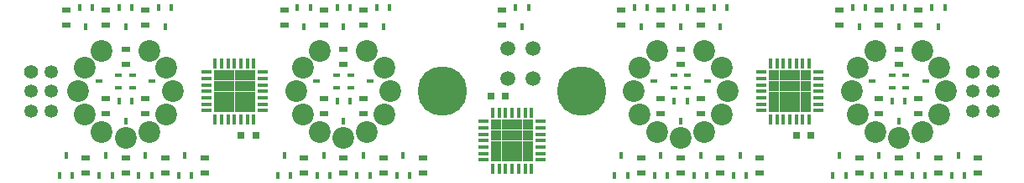
<source format=gbr>
G04 #@! TF.FileFunction,Soldermask,Top*
%FSLAX46Y46*%
G04 Gerber Fmt 4.6, Leading zero omitted, Abs format (unit mm)*
G04 Created by KiCad (PCBNEW 4.0.7) date 02/04/18 23:22:38*
%MOMM*%
%LPD*%
G01*
G04 APERTURE LIST*
%ADD10C,0.100000*%
%ADD11C,2.200000*%
%ADD12R,0.800000X0.750000*%
%ADD13R,0.900000X0.500000*%
%ADD14R,1.000000X0.370000*%
%ADD15R,0.370000X1.000000*%
%ADD16R,1.062500X1.062500*%
%ADD17R,0.450000X0.700000*%
%ADD18R,0.700000X0.450000*%
%ADD19C,1.500000*%
%ADD20C,5.000000*%
%ADD21C,1.400000*%
%ADD22C,1.350000*%
G04 APERTURE END LIST*
D10*
D11*
X127625000Y-97886000D03*
X125886000Y-99625000D03*
X125250000Y-102000000D03*
X125886000Y-104375000D03*
X127625000Y-106114000D03*
X130000000Y-106750000D03*
X132375000Y-106114000D03*
X134114000Y-104375000D03*
X134114000Y-99625000D03*
X132375000Y-97886000D03*
X134750000Y-102000000D03*
X105625000Y-97886000D03*
X103886000Y-99625000D03*
X103250000Y-102000000D03*
X103886000Y-104375000D03*
X105625000Y-106114000D03*
X108000000Y-106750000D03*
X110375000Y-106114000D03*
X112114000Y-104375000D03*
X112114000Y-99625000D03*
X110375000Y-97886000D03*
X112750000Y-102000000D03*
X161625000Y-97886000D03*
X159886000Y-99625000D03*
X159250000Y-102000000D03*
X159886000Y-104375000D03*
X161625000Y-106114000D03*
X164000000Y-106750000D03*
X166375000Y-106114000D03*
X168114000Y-104375000D03*
X168114000Y-99625000D03*
X166375000Y-97886000D03*
X168750000Y-102000000D03*
X183625000Y-97886000D03*
X181886000Y-99625000D03*
X181250000Y-102000000D03*
X181886000Y-104375000D03*
X183625000Y-106114000D03*
X186000000Y-106750000D03*
X188375000Y-106114000D03*
X190114000Y-104375000D03*
X190114000Y-99625000D03*
X188375000Y-97886000D03*
X190750000Y-102000000D03*
D12*
X144850000Y-102500000D03*
X146350000Y-102500000D03*
X121150000Y-106500000D03*
X119650000Y-106500000D03*
D13*
X146000000Y-93750000D03*
X146000000Y-95250000D03*
X188000000Y-93750000D03*
X188000000Y-95250000D03*
X188000000Y-102750000D03*
X188000000Y-104250000D03*
X194000000Y-110250000D03*
X194000000Y-108750000D03*
X190000000Y-110250000D03*
X190000000Y-108750000D03*
X184000000Y-102750000D03*
X184000000Y-104250000D03*
X186000000Y-110250000D03*
X186000000Y-108750000D03*
X182000000Y-110250000D03*
X182000000Y-108750000D03*
X186000000Y-99250000D03*
X186000000Y-97750000D03*
X180000000Y-93750000D03*
X180000000Y-95250000D03*
X184000000Y-93750000D03*
X184000000Y-95250000D03*
X166000000Y-93750000D03*
X166000000Y-95250000D03*
X166000000Y-102750000D03*
X166000000Y-104250000D03*
X172000000Y-110250000D03*
X172000000Y-108750000D03*
X168000000Y-110250000D03*
X168000000Y-108750000D03*
X162000000Y-102750000D03*
X162000000Y-104250000D03*
X164000000Y-110250000D03*
X164000000Y-108750000D03*
X160000000Y-110250000D03*
X160000000Y-108750000D03*
X164000000Y-99250000D03*
X164000000Y-97750000D03*
X158000000Y-93750000D03*
X158000000Y-95250000D03*
X162000000Y-93750000D03*
X162000000Y-95250000D03*
X132000000Y-93750000D03*
X132000000Y-95250000D03*
X132000000Y-102750000D03*
X132000000Y-104250000D03*
X134000000Y-110250000D03*
X134000000Y-108750000D03*
X128000000Y-102750000D03*
X128000000Y-104250000D03*
X130000000Y-110250000D03*
X130000000Y-108750000D03*
X126000000Y-110250000D03*
X126000000Y-108750000D03*
X130000000Y-99250000D03*
X130000000Y-97750000D03*
X124000000Y-93750000D03*
X124000000Y-95250000D03*
X128000000Y-93750000D03*
X128000000Y-95250000D03*
X110000000Y-93750000D03*
X110000000Y-95250000D03*
X110000000Y-102750000D03*
X110000000Y-104250000D03*
X116000000Y-110250000D03*
X116000000Y-108750000D03*
X112000000Y-110250000D03*
X112000000Y-108750000D03*
X106000000Y-102750000D03*
X106000000Y-104250000D03*
X108000000Y-110250000D03*
X108000000Y-108750000D03*
X104000000Y-110250000D03*
X104000000Y-108750000D03*
X106000000Y-93750000D03*
X106000000Y-95250000D03*
D14*
X177850000Y-103950000D03*
X177850000Y-103300000D03*
X177850000Y-102650000D03*
X177850000Y-102000000D03*
X177850000Y-101350000D03*
X177850000Y-100700000D03*
X177850000Y-100050000D03*
D15*
X176950000Y-99150000D03*
X176300000Y-99150000D03*
X175650000Y-99150000D03*
X175000000Y-99150000D03*
X174350000Y-99150000D03*
X173700000Y-99150000D03*
X173050000Y-99150000D03*
D14*
X172150000Y-100050000D03*
X172150000Y-100700000D03*
X172150000Y-101350000D03*
X172150000Y-102000000D03*
X172150000Y-102650000D03*
X172150000Y-103300000D03*
X172150000Y-103950000D03*
D15*
X173050000Y-104850000D03*
X173700000Y-104850000D03*
X174350000Y-104850000D03*
X175000000Y-104850000D03*
X175650000Y-104850000D03*
X176300000Y-104850000D03*
X176950000Y-104850000D03*
D16*
X173406250Y-100406250D03*
X173406250Y-101468750D03*
X173406250Y-102531250D03*
X173406250Y-103593750D03*
X174468750Y-100406250D03*
X174468750Y-101468750D03*
X174468750Y-102531250D03*
X174468750Y-103593750D03*
X175531250Y-100406250D03*
X175531250Y-101468750D03*
X175531250Y-102531250D03*
X175531250Y-103593750D03*
X176593750Y-100406250D03*
X176593750Y-101468750D03*
X176593750Y-102531250D03*
X176593750Y-103593750D03*
D14*
X144150000Y-105050000D03*
X144150000Y-105700000D03*
X144150000Y-106350000D03*
X144150000Y-107000000D03*
X144150000Y-107650000D03*
X144150000Y-108300000D03*
X144150000Y-108950000D03*
D15*
X145050000Y-109850000D03*
X145700000Y-109850000D03*
X146350000Y-109850000D03*
X147000000Y-109850000D03*
X147650000Y-109850000D03*
X148300000Y-109850000D03*
X148950000Y-109850000D03*
D14*
X149850000Y-108950000D03*
X149850000Y-108300000D03*
X149850000Y-107650000D03*
X149850000Y-107000000D03*
X149850000Y-106350000D03*
X149850000Y-105700000D03*
X149850000Y-105050000D03*
D15*
X148950000Y-104150000D03*
X148300000Y-104150000D03*
X147650000Y-104150000D03*
X147000000Y-104150000D03*
X146350000Y-104150000D03*
X145700000Y-104150000D03*
X145050000Y-104150000D03*
D16*
X148593750Y-108593750D03*
X148593750Y-107531250D03*
X148593750Y-106468750D03*
X148593750Y-105406250D03*
X147531250Y-108593750D03*
X147531250Y-107531250D03*
X147531250Y-106468750D03*
X147531250Y-105406250D03*
X146468750Y-108593750D03*
X146468750Y-107531250D03*
X146468750Y-106468750D03*
X146468750Y-105406250D03*
X145406250Y-108593750D03*
X145406250Y-107531250D03*
X145406250Y-106468750D03*
X145406250Y-105406250D03*
D17*
X148650000Y-93500000D03*
X147350000Y-93500000D03*
X148000000Y-95500000D03*
X190650000Y-93500000D03*
X189350000Y-93500000D03*
X190000000Y-95500000D03*
D18*
X186700000Y-100350000D03*
X186700000Y-101650000D03*
X188700000Y-101000000D03*
D17*
X191350000Y-110500000D03*
X192650000Y-110500000D03*
X192000000Y-108500000D03*
X187350000Y-110500000D03*
X188650000Y-110500000D03*
X188000000Y-108500000D03*
X186650000Y-103000000D03*
X185350000Y-103000000D03*
X186000000Y-105000000D03*
X183350000Y-110500000D03*
X184650000Y-110500000D03*
X184000000Y-108500000D03*
X179350000Y-110500000D03*
X180650000Y-110500000D03*
X180000000Y-108500000D03*
X182650000Y-93500000D03*
X181350000Y-93500000D03*
X182000000Y-95500000D03*
X186650000Y-93500000D03*
X185350000Y-93500000D03*
X186000000Y-95500000D03*
X168650000Y-93500000D03*
X167350000Y-93500000D03*
X168000000Y-95500000D03*
D18*
X164700000Y-100350000D03*
X164700000Y-101650000D03*
X166700000Y-101000000D03*
D17*
X169350000Y-110500000D03*
X170650000Y-110500000D03*
X170000000Y-108500000D03*
X165350000Y-110500000D03*
X166650000Y-110500000D03*
X166000000Y-108500000D03*
X164650000Y-103000000D03*
X163350000Y-103000000D03*
X164000000Y-105000000D03*
X161350000Y-110500000D03*
X162650000Y-110500000D03*
X162000000Y-108500000D03*
X157350000Y-110500000D03*
X158650000Y-110500000D03*
X158000000Y-108500000D03*
D18*
X163300000Y-101650000D03*
X163300000Y-100350000D03*
X161300000Y-101000000D03*
D17*
X160650000Y-93500000D03*
X159350000Y-93500000D03*
X160000000Y-95500000D03*
X164650000Y-93500000D03*
X163350000Y-93500000D03*
X164000000Y-95500000D03*
X134650000Y-93500000D03*
X133350000Y-93500000D03*
X134000000Y-95500000D03*
D18*
X130700000Y-100350000D03*
X130700000Y-101650000D03*
X132700000Y-101000000D03*
D17*
X131350000Y-110500000D03*
X132650000Y-110500000D03*
X132000000Y-108500000D03*
X130650000Y-103000000D03*
X129350000Y-103000000D03*
X130000000Y-105000000D03*
X127350000Y-110500000D03*
X128650000Y-110500000D03*
X128000000Y-108500000D03*
X126650000Y-93500000D03*
X125350000Y-93500000D03*
X126000000Y-95500000D03*
X130650000Y-93500000D03*
X129350000Y-93500000D03*
X130000000Y-95500000D03*
X112650000Y-93500000D03*
X111350000Y-93500000D03*
X112000000Y-95500000D03*
X113350000Y-110500000D03*
X114650000Y-110500000D03*
X114000000Y-108500000D03*
X109350000Y-110500000D03*
X110650000Y-110500000D03*
X110000000Y-108500000D03*
X108650000Y-103000000D03*
X107350000Y-103000000D03*
X108000000Y-105000000D03*
X105350000Y-110500000D03*
X106650000Y-110500000D03*
X106000000Y-108500000D03*
X101350000Y-110500000D03*
X102650000Y-110500000D03*
X102000000Y-108500000D03*
D18*
X107300000Y-101650000D03*
X107300000Y-100350000D03*
X105300000Y-101000000D03*
D17*
X108650000Y-93500000D03*
X107350000Y-93500000D03*
X108000000Y-95500000D03*
X123350000Y-110500000D03*
X124650000Y-110500000D03*
X124000000Y-108500000D03*
D13*
X102000000Y-93750000D03*
X102000000Y-95250000D03*
D17*
X104650000Y-93500000D03*
X103350000Y-93500000D03*
X104000000Y-95500000D03*
D18*
X108700000Y-100350000D03*
X108700000Y-101650000D03*
X110700000Y-101000000D03*
D14*
X121850000Y-103950000D03*
X121850000Y-103300000D03*
X121850000Y-102650000D03*
X121850000Y-102000000D03*
X121850000Y-101350000D03*
X121850000Y-100700000D03*
X121850000Y-100050000D03*
D15*
X120950000Y-99150000D03*
X120300000Y-99150000D03*
X119650000Y-99150000D03*
X119000000Y-99150000D03*
X118350000Y-99150000D03*
X117700000Y-99150000D03*
X117050000Y-99150000D03*
D14*
X116150000Y-100050000D03*
X116150000Y-100700000D03*
X116150000Y-101350000D03*
X116150000Y-102000000D03*
X116150000Y-102650000D03*
X116150000Y-103300000D03*
X116150000Y-103950000D03*
D15*
X117050000Y-104850000D03*
X117700000Y-104850000D03*
X118350000Y-104850000D03*
X119000000Y-104850000D03*
X119650000Y-104850000D03*
X120300000Y-104850000D03*
X120950000Y-104850000D03*
D16*
X117406250Y-100406250D03*
X117406250Y-101468750D03*
X117406250Y-102531250D03*
X117406250Y-103593750D03*
X118468750Y-100406250D03*
X118468750Y-101468750D03*
X118468750Y-102531250D03*
X118468750Y-103593750D03*
X119531250Y-100406250D03*
X119531250Y-101468750D03*
X119531250Y-102531250D03*
X119531250Y-103593750D03*
X120593750Y-100406250D03*
X120593750Y-101468750D03*
X120593750Y-102531250D03*
X120593750Y-103593750D03*
D18*
X129300000Y-101650000D03*
X129300000Y-100350000D03*
X127300000Y-101000000D03*
D13*
X108000000Y-99250000D03*
X108000000Y-97750000D03*
D18*
X185300000Y-101650000D03*
X185300000Y-100350000D03*
X183300000Y-101000000D03*
D19*
X149100000Y-97650000D03*
X149100000Y-100750000D03*
X146600000Y-97650000D03*
X146600000Y-100750000D03*
D13*
X138000000Y-110250000D03*
X138000000Y-108750000D03*
D17*
X135350000Y-110500000D03*
X136650000Y-110500000D03*
X136000000Y-108500000D03*
D12*
X177150000Y-106500000D03*
X175650000Y-106500000D03*
D20*
X154000000Y-102000000D03*
X140000000Y-102000000D03*
D21*
X98500000Y-100000000D03*
D22*
X100500000Y-100000000D03*
X98500000Y-102000000D03*
X100500000Y-102000000D03*
X98500000Y-104000000D03*
X100500000Y-104000000D03*
D21*
X193500000Y-100000000D03*
D22*
X195500000Y-100000000D03*
X193500000Y-102000000D03*
X195500000Y-102000000D03*
X193500000Y-104000000D03*
X195500000Y-104000000D03*
M02*

</source>
